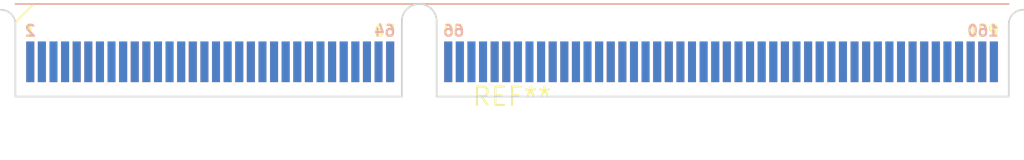
<source format=kicad_pcb>
(kicad_pcb (version 20240108) (generator pcbnew)
  (layers (0 "F.Cu" signal) (31 "B.Cu" signal) (34 "B.Paste" user) (35 "F.Paste" user) (36 "B.SilkS" user "B.Silkscreen") (37 "F.SilkS" user "F.Silkscreen") (38 "B.Mask" user) (39 "F.Mask" user) (44 "Edge.Cuts" user))
  (net 0 "")
  (footprint "Samtec_HSEC8-180-X-X-DV_2x80_P0.8mm_Wing_Edge" (layer "F.Cu") (at 0 0)
    (property "Reference" "REF**")
    (property "Value" "Samtec_HSEC8-180-X-X-DV_2x80_P0.8mm_Wing_Edge")
    (fp_line (start -34.225 -6.4) (end -34.225 -6.4) (layer "B.SilkS") (stroke (width 0.12)))
    (fp_line (start -34.225 -6.4) (end 34.225 -6.4) (layer "B.SilkS") (stroke (width 0.12)))
    (fp_line (start -34.225 -5.13) (end -32.955 -6.4) (layer "F.SilkS") (stroke (width 0.12)))
    (fp_line (start -32.955 -6.4) (end 34.225 -6.4) (layer "F.SilkS") (stroke (width 0.12)))
    (fp_line (start -34.225 -5) (end -34.225 0) (layer "Edge.Cuts") (stroke (width 0.12)))
    (fp_line (start -34.225 0) (end -7.595 0) (layer "Edge.Cuts") (stroke (width 0.12)))
    (fp_line (start -7.595 0) (end -7.595 -5.2) (layer "Edge.Cuts") (stroke (width 0.12)))
    (fp_line (start -5.195 -5.2) (end -5.195 0) (layer "Edge.Cuts") (stroke (width 0.12)))
    (fp_line (start -5.195 0) (end 34.225 0) (layer "Edge.Cuts") (stroke (width 0.12)))
    (fp_line (start 34.225 0) (end 34.225 -5) (layer "Edge.Cuts") (stroke (width 0.12)))
    (fp_arc (start -35.225 -6) (mid -34.517893 -5.707107) (end -34.225 -5) (layer "Edge.Cuts") (stroke (width 0.12)))
    (fp_arc (start -7.595 -5.2) (mid -6.395 -6.4) (end -5.195 -5.2) (layer "Edge.Cuts") (stroke (width 0.12)))
    (fp_arc (start 34.225 -5) (mid 34.517893 -5.707107) (end 35.225 -6) (layer "Edge.Cuts") (stroke (width 0.12)))
    (fp_text user "160" (at 32.45 -4.55 0) (layer "B.SilkS") (effects (font (size 0.75 0.75)) (justify mirror)))
    (fp_text user "2" (at -33.2 -4.55 0) (layer "B.SilkS") (effects (font (size 0.75 0.75)) (justify mirror)))
    (fp_text user "66" (at -4.025 -4.55 0) (layer "B.SilkS") (effects (font (size 0.75 0.75)) (justify mirror)))
    (fp_text user "64" (at -8.775 -4.55 0) (layer "B.SilkS") (effects (font (size 0.75 0.75)) (justify mirror)))
    (fp_text user "1" (at -33.2 -4.55 0) (layer "F.SilkS") (effects (font (size 0.75 0.75))))
    (fp_text user "65" (at -4.025 -4.55 0) (layer "F.SilkS") (effects (font (size 0.75 0.75))))
    (fp_text user "63" (at -8.775 -4.55 0) (layer "F.SilkS") (effects (font (size 0.75 0.75))))
    (fp_text user "159" (at 32.45 -4.55 0) (layer "F.SilkS") (effects (font (size 0.75 0.75))))
    (pad "1" connect rect (at -33.2 -2.4) (size 0.55 2.8) (layers "F.Cu" "F.Mask"))
    (pad "2" connect rect (at -33.2 -2.4) (size 0.55 2.8) (layers "B.Cu" "B.Mask"))
    (pad "3" connect rect (at -32.4 -2.4) (size 0.55 2.8) (layers "F.Cu" "F.Mask"))
    (pad "4" connect rect (at -32.4 -2.4) (size 0.55 2.8) (layers "B.Cu" "B.Mask"))
    (pad "5" connect rect (at -31.6 -2.4) (size 0.55 2.8) (layers "F.Cu" "F.Mask"))
    (pad "6" connect rect (at -31.6 -2.4) (size 0.55 2.8) (layers "B.Cu" "B.Mask"))
    (pad "7" connect rect (at -30.8 -2.4) (size 0.55 2.8) (layers "F.Cu" "F.Mask"))
    (pad "8" connect rect (at -30.8 -2.4) (size 0.55 2.8) (layers "B.Cu" "B.Mask"))
    (pad "9" connect rect (at -30 -2.4) (size 0.55 2.8) (layers "F.Cu" "F.Mask"))
    (pad "10" connect rect (at -30 -2.4) (size 0.55 2.8) (layers "B.Cu" "B.Mask"))
    (pad "11" connect rect (at -29.2 -2.4) (size 0.55 2.8) (layers "F.Cu" "F.Mask"))
    (pad "12" connect rect (at -29.2 -2.4) (size 0.55 2.8) (layers "B.Cu" "B.Mask"))
    (pad "13" connect rect (at -28.4 -2.4) (size 0.55 2.8) (layers "F.Cu" "F.Mask"))
    (pad "14" connect rect (at -28.4 -2.4) (size 0.55 2.8) (layers "B.Cu" "B.Mask"))
    (pad "15" connect rect (at -27.6 -2.4) (size 0.55 2.8) (layers "F.Cu" "F.Mask"))
    (pad "16" connect rect (at -27.6 -2.4) (size 0.55 2.8) (layers "B.Cu" "B.Mask"))
    (pad "17" connect rect (at -26.8 -2.4) (size 0.55 2.8) (layers "F.Cu" "F.Mask"))
    (pad "18" connect rect (at -26.8 -2.4) (size 0.55 2.8) (layers "B.Cu" "B.Mask"))
    (pad "19" connect rect (at -26 -2.4) (size 0.55 2.8) (layers "F.Cu" "F.Mask"))
    (pad "20" connect rect (at -26 -2.4) (size 0.55 2.8) (layers "B.Cu" "B.Mask"))
    (pad "21" connect rect (at -25.2 -2.4) (size 0.55 2.8) (layers "F.Cu" "F.Mask"))
    (pad "22" connect rect (at -25.2 -2.4) (size 0.55 2.8) (layers "B.Cu" "B.Mask"))
    (pad "23" connect rect (at -24.4 -2.4) (size 0.55 2.8) (layers "F.Cu" "F.Mask"))
    (pad "24" connect rect (at -24.4 -2.4) (size 0.55 2.8) (layers "B.Cu" "B.Mask"))
    (pad "25" connect rect (at -23.6 -2.4) (size 0.55 2.8) (layers "F.Cu" "F.Mask"))
    (pad "26" connect rect (at -23.6 -2.4) (size 0.55 2.8) (layers "B.Cu" "B.Mask"))
    (pad "27" connect rect (at -22.8 -2.4) (size 0.55 2.8) (layers "F.Cu" "F.Mask"))
    (pad "28" connect rect (at -22.8 -2.4) (size 0.55 2.8) (layers "B.Cu" "B.Mask"))
    (pad "29" connect rect (at -22 -2.4) (size 0.55 2.8) (layers "F.Cu" "F.Mask"))
    (pad "30" connect rect (at -22 -2.4) (size 0.55 2.8) (layers "B.Cu" "B.Mask"))
    (pad "31" connect rect (at -21.2 -2.4) (size 0.55 2.8) (layers "F.Cu" "F.Mask"))
    (pad "32" connect rect (at -21.2 -2.4) (size 0.55 2.8) (layers "B.Cu" "B.Mask"))
    (pad "33" connect rect (at -20.4 -2.4) (size 0.55 2.8) (layers "F.Cu" "F.Mask"))
    (pad "34" connect rect (at -20.4 -2.4) (size 0.55 2.8) (layers "B.Cu" "B.Mask"))
    (pad "35" connect rect (at -19.6 -2.4) (size 0.55 2.8) (layers "F.Cu" "F.Mask"))
    (pad "36" connect rect (at -19.6 -2.4) (size 0.55 2.8) (layers "B.Cu" "B.Mask"))
    (pad "37" connect rect (at -18.8 -2.4) (size 0.55 2.8) (layers "F.Cu" "F.Mask"))
    (pad "38" connect rect (at -18.8 -2.4) (size 0.55 2.8) (layers "B.Cu" "B.Mask"))
    (pad "39" connect rect (at -18 -2.4) (size 0.55 2.8) (layers "F.Cu" "F.Mask"))
    (pad "40" connect rect (at -18 -2.4) (size 0.55 2.8) (layers "B.Cu" "B.Mask"))
    (pad "41" connect rect (at -17.2 -2.4) (size 0.55 2.8) (layers "F.Cu" "F.Mask"))
    (pad "42" connect rect (at -17.2 -2.4) (size 0.55 2.8) (layers "B.Cu" "B.Mask"))
    (pad "43" connect rect (at -16.4 -2.4) (size 0.55 2.8) (layers "F.Cu" "F.Mask"))
    (pad "44" connect rect (at -16.4 -2.4) (size 0.55 2.8) (layers "B.Cu" "B.Mask"))
    (pad "45" connect rect (at -15.6 -2.4) (size 0.55 2.8) (layers "F.Cu" "F.Mask"))
    (pad "46" connect rect (at -15.6 -2.4) (size 0.55 2.8) (layers "B.Cu" "B.Mask"))
    (pad "47" connect rect (at -14.8 -2.4) (size 0.55 2.8) (layers "F.Cu" "F.Mask"))
    (pad "48" connect rect (at -14.8 -2.4) (size 0.55 2.8) (layers "B.Cu" "B.Mask"))
    (pad "49" connect rect (at -14 -2.4) (size 0.55 2.8) (layers "F.Cu" "F.Mask"))
    (pad "50" connect rect (at -14 -2.4) (size 0.55 2.8) (layers "B.Cu" "B.Mask"))
    (pad "51" connect rect (at -13.2 -2.4) (size 0.55 2.8) (layers "F.Cu" "F.Mask"))
    (pad "52" connect rect (at -13.2 -2.4) (size 0.55 2.8) (layers "B.Cu" "B.Mask"))
    (pad "53" connect rect (at -12.4 -2.4) (size 0.55 2.8) (layers "F.Cu" "F.Mask"))
    (pad "54" connect rect (at -12.4 -2.4) (size 0.55 2.8) (layers "B.Cu" "B.Mask"))
    (pad "55" connect rect (at -11.6 -2.4) (size 0.55 2.8) (layers "F.Cu" "F.Mask"))
    (pad "56" connect rect (at -11.6 -2.4) (size 0.55 2.8) (layers "B.Cu" "B.Mask"))
    (pad "57" connect rect (at -10.8 -2.4) (size 0.55 2.8) (layers "F.Cu" "F.Mask"))
    (pad "58" connect rect (at -10.8 -2.4) (size 0.55 2.8) (layers "B.Cu" "B.Mask"))
    (pad "59" connect rect (at -10 -2.4) (size 0.55 2.8) (layers "F.Cu" "F.Mask"))
    (pad "60" connect rect (at -10 -2.4) (size 0.55 2.8) (layers "B.Cu" "B.Mask"))
    (pad "61" connect rect (at -9.2 -2.4) (size 0.55 2.8) (layers "F.Cu" "F.Mask"))
    (pad "62" connect rect (at -9.2 -2.4) (size 0.55 2.8) (layers "B.Cu" "B.Mask"))
    (pad "63" connect rect (at -8.4 -2.4) (size 0.55 2.8) (layers "F.Cu" "F.Mask"))
    (pad "64" connect rect (at -8.4 -2.4) (size 0.55 2.8) (layers "B.Cu" "B.Mask"))
    (pad "65" connect rect (at -4.4 -2.4) (size 0.55 2.8) (layers "F.Cu" "F.Mask"))
    (pad "66" connect rect (at -4.4 -2.4) (size 0.55 2.8) (layers "B.Cu" "B.Mask"))
    (pad "67" connect rect (at -3.6 -2.4) (size 0.55 2.8) (layers "F.Cu" "F.Mask"))
    (pad "68" connect rect (at -3.6 -2.4) (size 0.55 2.8) (layers "B.Cu" "B.Mask"))
    (pad "69" connect rect (at -2.8 -2.4) (size 0.55 2.8) (layers "F.Cu" "F.Mask"))
    (pad "70" connect rect (at -2.8 -2.4) (size 0.55 2.8) (layers "B.Cu" "B.Mask"))
    (pad "71" connect rect (at -2 -2.4) (size 0.55 2.8) (layers "F.Cu" "F.Mask"))
    (pad "72" connect rect (at -2 -2.4) (size 0.55 2.8) (layers "B.Cu" "B.Mask"))
    (pad "73" connect rect (at -1.2 -2.4) (size 0.55 2.8) (layers "F.Cu" "F.Mask"))
    (pad "74" connect rect (at -1.2 -2.4) (size 0.55 2.8) (layers "B.Cu" "B.Mask"))
    (pad "75" connect rect (at -0.4 -2.4) (size 0.55 2.8) (layers "F.Cu" "F.Mask"))
    (pad "76" connect rect (at -0.4 -2.4) (size 0.55 2.8) (layers "B.Cu" "B.Mask"))
    (pad "77" connect rect (at 0.4 -2.4) (size 0.55 2.8) (layers "F.Cu" "F.Mask"))
    (pad "78" connect rect (at 0.4 -2.4) (size 0.55 2.8) (layers "B.Cu" "B.Mask"))
    (pad "79" connect rect (at 1.2 -2.4) (size 0.55 2.8) (layers "F.Cu" "F.Mask"))
    (pad "80" connect rect (at 1.2 -2.4) (size 0.55 2.8) (layers "B.Cu" "B.Mask"))
    (pad "81" connect rect (at 2 -2.4) (size 0.55 2.8) (layers "F.Cu" "F.Mask"))
    (pad "82" connect rect (at 2 -2.4) (size 0.55 2.8) (layers "B.Cu" "B.Mask"))
    (pad "83" connect rect (at 2.8 -2.4) (size 0.55 2.8) (layers "F.Cu" "F.Mask"))
    (pad "84" connect rect (at 2.8 -2.4) (size 0.55 2.8) (layers "B.Cu" "B.Mask"))
    (pad "85" connect rect (at 3.6 -2.4) (size 0.55 2.8) (layers "F.Cu" "F.Mask"))
    (pad "86" connect rect (at 3.6 -2.4) (size 0.55 2.8) (layers "B.Cu" "B.Mask"))
    (pad "87" connect rect (at 4.4 -2.4) (size 0.55 2.8) (layers "F.Cu" "F.Mask"))
    (pad "88" connect rect (at 4.4 -2.4) (size 0.55 2.8) (layers "B.Cu" "B.Mask"))
    (pad "89" connect rect (at 5.2 -2.4) (size 0.55 2.8) (layers "F.Cu" "F.Mask"))
    (pad "90" connect rect (at 5.2 -2.4) (size 0.55 2.8) (layers "B.Cu" "B.Mask"))
    (pad "91" connect rect (at 6 -2.4) (size 0.55 2.8) (layers "F.Cu" "F.Mask"))
    (pad "92" connect rect (at 6 -2.4) (size 0.55 2.8) (layers "B.Cu" "B.Mask"))
    (pad "93" connect rect (at 6.8 -2.4) (size 0.55 2.8) (layers "F.Cu" "F.Mask"))
    (pad "94" connect rect (at 6.8 -2.4) (size 0.55 2.8) (layers "B.Cu" "B.Mask"))
    (pad "95" connect rect (at 7.6 -2.4) (size 0.55 2.8) (layers "F.Cu" "F.Mask"))
    (pad "96" connect rect (at 7.6 -2.4) (size 0.55 2.8) (layers "B.Cu" "B.Mask"))
    (pad "97" connect rect (at 8.4 -2.4) (size 0.55 2.8) (layers "F.Cu" "F.Mask"))
    (pad "98" connect rect (at 8.4 -2.4) (size 0.55 2.8) (layers "B.Cu" "B.Mask"))
    (pad "99" connect rect (at 9.2 -2.4) (size 0.55 2.8) (layers "F.Cu" "F.Mask"))
    (pad "100" connect rect (at 9.2 -2.4) (size 0.55 2.8) (layers "B.Cu" "B.Mask"))
    (pad "101" connect rect (at 10 -2.4) (size 0.55 2.8) (layers "F.Cu" "F.Mask"))
    (pad "102" connect rect (at 10 -2.4) (size 0.55 2.8) (layers "B.Cu" "B.Mask"))
    (pad "103" connect rect (at 10.8 -2.4) (size 0.55 2.8) (layers "F.Cu" "F.Mask"))
    (pad "104" connect rect (at 10.8 -2.4) (size 0.55 2.8) (layers "B.Cu" "B.Mask"))
    (pad "105" connect rect (at 11.6 -2.4) (size 0.55 2.8) (layers "F.Cu" "F.Mask"))
    (pad "106" connect rect (at 11.6 -2.4) (size 0.55 2.8) (layers "B.Cu" "B.Mask"))
    (pad "107" connect rect (at 12.4 -2.4) (size 0.55 2.8) (layers "F.Cu" "F.Mask"))
    (pad "108" connect rect (at 12.4 -2.4) (size 0.55 2.8) (layers "B.Cu" "B.Mask"))
    (pad "109" connect rect (at 13.2 -2.4) (size 0.55 2.8) (layers "F.Cu" "F.Mask"))
    (pad "110" connect rect (at 13.2 -2.4) (size 0.55 2.8) (layers "B.Cu" "B.Mask"))
    (pad "111" connect rect (at 14 -2.4) (size 0.55 2.8) (layers "F.Cu" "F.Mask"))
    (pad "112" connect rect (at 14 -2.4) (size 0.55 2.8) (layers "B.Cu" "B.Mask"))
    (pad "113" connect rect (at 14.8 -2.4) (size 0.55 2.8) (layers "F.Cu" "F.Mask"))
    (pad "114" connect rect (at 14.8 -2.4) (size 0.55 2.8) (layers "B.Cu" "B.Mask"))
    (pad "115" connect rect (at 15.6 -2.4) (size 0.55 2.8) (layers "F.Cu" "F.Mask"))
    (pad "116" connect rect (at 15.6 -2.4) (size 0.55 2.8) (layers "B.Cu" "B.Mask"))
    (pad "117" connect rect (at 16.4 -2.4) (size 0.55 2.8) (layers "F.Cu" "F.Mask"))
    (pad "118" connect rect (at 16.4 -2.4) (size 0.55 2.8) (layers "B.Cu" "B.Mask"))
    (pad "119" connect rect (at 17.2 -2.4) (size 0.55 2.8) (layers "F.Cu" "F.Mask"))
    (pad "120" connect rect (at 17.2 -2.4) (size 0.55 2.8) (layers "B.Cu" "B.Mask"))
    (pad "121" connect rect (at 18 -2.4) (size 0.55 2.8) (layers "F.Cu" "F.Mask"))
    (pad "122" connect rect (at 18 -2.4) (size 0.55 2.8) (layers "B.Cu" "B.Mask"))
    (pad "123" connect rect (at 18.8 -2.4) (size 0.55 2.8) (layers "F.Cu" "F.Mask"))
    (pad "124" connect rect (at 18.8 -2.4) (size 0.55 2.8) (layers "B.Cu" "B.Mask"))
    (pad "125" connect rect (at 19.6 -2.4) (size 0.55 2.8) (layers "F.Cu" "F.Mask"))
    (pad "126" connect rect (at 19.6 -2.4) (size 0.55 2.8) (layers "B.Cu" "B.Mask"))
    (pad "127" connect rect (at 20.4 -2.4) (size 0.55 2.8) (layers "F.Cu" "F.Mask"))
    (pad "128" connect rect (at 20.4 -2.4) (size 0.55 2.8) (layers "B.Cu" "B.Mask"))
    (pad "129" connect rect (at 21.2 -2.4) (size 0.55 2.8) (layers "F.Cu" "F.Mask"))
    (pad "130" connect rect (at 21.2 -2.4) (size 0.55 2.8) (layers "B.Cu" "B.Mask"))
    (pad "131" connect rect (at 22 -2.4) (size 0.55 2.8) (layers "F.Cu" "F.Mask"))
    (pad "132" connect rect (at 22 -2.4) (size 0.55 2.8) (layers "B.Cu" "B.Mask"))
    (pad "133" connect rect (at 22.8 -2.4) (size 0.55 2.8) (layers "F.Cu" "F.Mask"))
    (pad "134" connect rect (at 22.8 -2.4) (size 0.55 2.8) (layers "B.Cu" "B.Mask"))
    (pad "135" connect rect (at 23.6 -2.4) (size 0.55 2.8) (layers "F.Cu" "F.Mask"))
    (pad "136" connect rect (at 23.6 -2.4) (size 0.55 2.8) (layers "B.Cu" "B.Mask"))
    (pad "137" connect rect (at 24.4 -2.4) (size 0.55 2.8) (layers "F.Cu" "F.Mask"))
    (pad "138" connect rect (at 24.4 -2.4) (size 0.55 2.8) (layers "B.Cu" "B.Mask"))
    (pad "139" connect rect (at 25.2 -2.4) (size 0.55 2.8) (layers "F.Cu" "F.Mask"))
    (pad "140" connect rect (at 25.2 -2.4) (size 0.55 2.8) (layers "B.Cu" "B.Mask"))
    (pad "141" connect rect (at 26 -2.4) (size 0.55 2.8) (layers "F.Cu" "F.Mask"))
    (pad "142" connect rect (at 26 -2.4) (size 0.55 2.8) (layers "B.Cu" "B.Mask"))
    (pad "143" connect rect (at 26.8 -2.4) (size 0.55 2.8) (layers "F.Cu" "F.Mask"))
    (pad "144" connect rect (at 26.8 -2.4) (size 0.55 2.8) (layers "B.Cu" "B.Mask"))
    (pad "145" connect rect (at 27.6 -2.4) (size 0.55 2.8) (layers "F.Cu" "F.Mask"))
    (pad "146" connect rect (at 27.6 -2.4) (size 0.55 2.8) (layers "B.Cu" "B.Mask"))
    (pad "147" connect rect (at 28.4 -2.4) (size 0.55 2.8) (layers "F.Cu" "F.Mask"))
    (pad "148" connect rect (at 28.4 -2.4) (size 0.55 2.8) (layers "B.Cu" "B.Mask"))
    (pad "149" connect rect (at 29.2 -2.4) (size 0.55 2.8) (layers "F.Cu" "F.Mask"))
    (pad "150" connect rect (at 29.2 -2.4) (size 0.55 2.8) (layers "B.Cu" "B.Mask"))
    (pad "151" connect rect (at 30 -2.4) (size 0.55 2.8) (layers "F.Cu" "F.Mask"))
    (pad "152" connect rect (at 30 -2.4) (size 0.55 2.8) (layers "B.Cu" "B.Mask"))
    (pad "153" connect rect (at 30.8 -2.4) (size 0.55 2.8) (layers "F.Cu" "F.Mask"))
    (pad "154" connect rect (at 30.8 -2.4) (size 0.55 2.8) (layers "B.Cu" "B.Mask"))
    (pad "155" connect rect (at 31.6 -2.4) (size 0.55 2.8) (layers "F.Cu" "F.Mask"))
    (pad "156" connect rect (at 31.6 -2.4) (size 0.55 2.8) (layers "B.Cu" "B.Mask"))
    (pad "157" connect rect (at 32.4 -2.4) (size 0.55 2.8) (layers "F.Cu" "F.Mask"))
    (pad "158" connect rect (at 32.4 -2.4) (size 0.55 2.8) (layers "B.Cu" "B.Mask"))
    (pad "159" connect rect (at 33.2 -2.4) (size 0.55 2.8) (layers "F.Cu" "F.Mask"))
    (pad "160" connect rect (at 33.2 -2.4) (size 0.55 2.8) (layers "B.Cu" "B.Mask"))
  )
)
</source>
